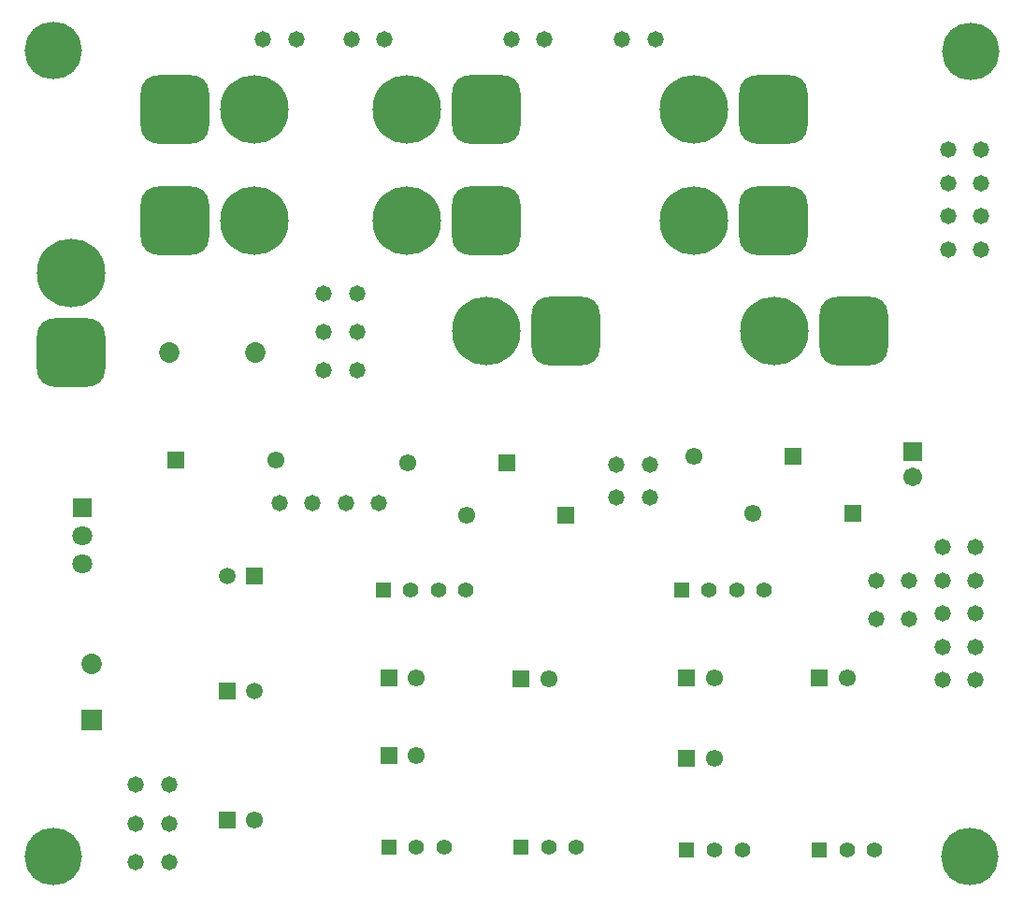
<source format=gts>
G04*
G04 #@! TF.GenerationSoftware,Altium Limited,Altium Designer,26.2.0 (7)*
G04*
G04 Layer_Color=8388736*
%FSLAX44Y44*%
%MOMM*%
G71*
G04*
G04 #@! TF.SameCoordinates,E85B846E-6058-4BB5-BA70-B6274EE6EEFF*
G04*
G04*
G04 #@! TF.FilePolarity,Negative*
G04*
G01*
G75*
G04:AMPARAMS|DCode=15|XSize=6.2032mm|YSize=6.2032mm|CornerRadius=1.6016mm|HoleSize=0mm|Usage=FLASHONLY|Rotation=180.000|XOffset=0mm|YOffset=0mm|HoleType=Round|Shape=RoundedRectangle|*
%AMROUNDEDRECTD15*
21,1,6.2032,3.0000,0,0,180.0*
21,1,3.0000,6.2032,0,0,180.0*
1,1,3.2032,-1.5000,1.5000*
1,1,3.2032,1.5000,1.5000*
1,1,3.2032,1.5000,-1.5000*
1,1,3.2032,-1.5000,-1.5000*
%
%ADD15ROUNDEDRECTD15*%
%ADD16C,6.2032*%
%ADD17C,1.4000*%
%ADD18R,1.4000X1.4000*%
%ADD19C,1.5532*%
%ADD20R,1.5532X1.5532*%
%ADD21C,1.8532*%
%ADD22R,1.8532X1.8532*%
%ADD23R,1.5500X1.5500*%
%ADD24C,1.5500*%
%ADD25C,1.5032*%
%ADD26R,1.5032X1.5032*%
%ADD27R,1.7032X1.7032*%
%ADD28C,1.7032*%
%ADD29R,1.8032X1.8032*%
%ADD30C,1.8032*%
G04:AMPARAMS|DCode=31|XSize=6.2032mm|YSize=6.2032mm|CornerRadius=1.6016mm|HoleSize=0mm|Usage=FLASHONLY|Rotation=90.000|XOffset=0mm|YOffset=0mm|HoleType=Round|Shape=RoundedRectangle|*
%AMROUNDEDRECTD31*
21,1,6.2032,3.0000,0,0,90.0*
21,1,3.0000,6.2032,0,0,90.0*
1,1,3.2032,1.5000,1.5000*
1,1,3.2032,1.5000,-1.5000*
1,1,3.2032,-1.5000,-1.5000*
1,1,3.2032,-1.5000,1.5000*
%
%ADD31ROUNDEDRECTD31*%
%ADD32C,5.2032*%
%ADD33C,1.4732*%
D15*
X515000Y527000D02*
D03*
X443000Y627000D02*
D03*
X161000D02*
D03*
Y727000D02*
D03*
X776000Y527000D02*
D03*
X703000Y627000D02*
D03*
Y727000D02*
D03*
X443000D02*
D03*
D16*
X443000Y527000D02*
D03*
X371000Y627000D02*
D03*
X233000D02*
D03*
Y727000D02*
D03*
X704000Y527000D02*
D03*
X631000Y627000D02*
D03*
Y727000D02*
D03*
X371000D02*
D03*
X67000Y579500D02*
D03*
D17*
X404500Y59500D02*
D03*
X379500D02*
D03*
X524500D02*
D03*
X499500D02*
D03*
X374500Y292250D02*
D03*
X424500D02*
D03*
X399500D02*
D03*
X674500Y57000D02*
D03*
X649500D02*
D03*
X769500Y56750D02*
D03*
X794500D02*
D03*
X644500Y292250D02*
D03*
X694500D02*
D03*
X669500D02*
D03*
D18*
X354500Y59500D02*
D03*
X474500D02*
D03*
X349500Y292250D02*
D03*
X624500Y57000D02*
D03*
X744500Y56750D02*
D03*
X619500Y292250D02*
D03*
D19*
X425000Y360000D02*
D03*
X631000Y413000D02*
D03*
X371750Y407250D02*
D03*
X252000Y410000D02*
D03*
X684500Y362000D02*
D03*
D20*
X515000Y360000D02*
D03*
X721000Y413000D02*
D03*
X461750Y407250D02*
D03*
X162000Y410000D02*
D03*
X774500Y362000D02*
D03*
D21*
X233500Y507000D02*
D03*
X155500D02*
D03*
X85480Y225480D02*
D03*
D22*
Y174680D02*
D03*
D23*
X208000Y84000D02*
D03*
X474500Y212000D02*
D03*
X354500Y212250D02*
D03*
Y142250D02*
D03*
X624500Y139750D02*
D03*
Y212250D02*
D03*
X744500D02*
D03*
D24*
X233000Y84000D02*
D03*
X499500Y212000D02*
D03*
X379500Y212250D02*
D03*
Y142250D02*
D03*
X649500Y139750D02*
D03*
Y212250D02*
D03*
X769500D02*
D03*
D25*
X233000Y201000D02*
D03*
X208000Y305000D02*
D03*
D26*
Y201000D02*
D03*
X233000Y305000D02*
D03*
D27*
X828730Y417730D02*
D03*
D28*
Y394930D02*
D03*
D29*
X76980Y366880D02*
D03*
D30*
Y341480D02*
D03*
Y316080D02*
D03*
D31*
X67000Y507500D02*
D03*
D32*
X50730Y780730D02*
D03*
X881730Y779730D02*
D03*
X880730Y50730D02*
D03*
X50730D02*
D03*
D33*
X860730Y660730D02*
D03*
X855730Y300730D02*
D03*
Y210730D02*
D03*
Y270730D02*
D03*
Y240730D02*
D03*
Y330730D02*
D03*
X860730Y600730D02*
D03*
Y630730D02*
D03*
X560730Y405730D02*
D03*
X325730Y490730D02*
D03*
X890730Y690730D02*
D03*
X860730D02*
D03*
X590730Y405730D02*
D03*
X885730Y240730D02*
D03*
Y330730D02*
D03*
Y300730D02*
D03*
Y270730D02*
D03*
X125730Y45730D02*
D03*
X155730D02*
D03*
X240730Y790730D02*
D03*
X565730D02*
D03*
X595730D02*
D03*
X270730D02*
D03*
X320730D02*
D03*
X495730D02*
D03*
X465730D02*
D03*
X350730D02*
D03*
X890730Y660730D02*
D03*
Y630730D02*
D03*
Y600730D02*
D03*
X885730Y210730D02*
D03*
X295730Y490730D02*
D03*
Y560730D02*
D03*
Y525730D02*
D03*
X325730D02*
D03*
Y560730D02*
D03*
X125730Y115730D02*
D03*
Y80730D02*
D03*
X155730Y115730D02*
D03*
Y80730D02*
D03*
X795730Y300730D02*
D03*
X825730Y265730D02*
D03*
Y300730D02*
D03*
X795730Y265730D02*
D03*
X560730Y375730D02*
D03*
X285730Y370730D02*
D03*
X590730Y375730D02*
D03*
X255730Y370730D02*
D03*
X315730D02*
D03*
X345730D02*
D03*
M02*

</source>
